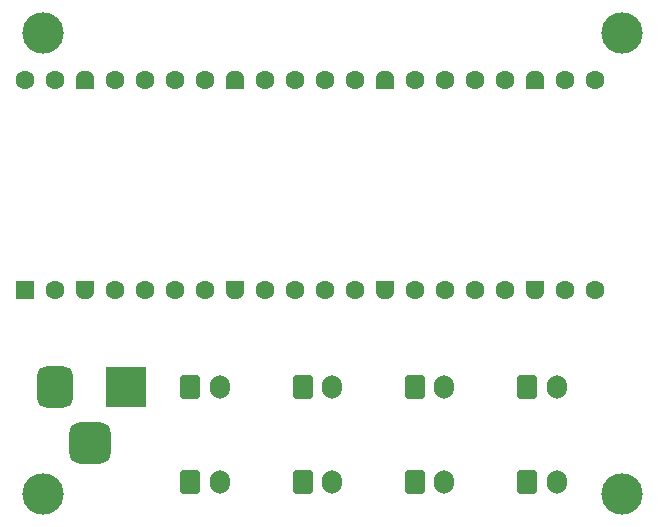
<source format=gbr>
%TF.GenerationSoftware,KiCad,Pcbnew,9.0.2*%
%TF.CreationDate,2025-06-25T21:04:22+02:00*%
%TF.ProjectId,Schrankbeleuchtung,53636872-616e-46b6-9265-6c6575636874,rev?*%
%TF.SameCoordinates,Original*%
%TF.FileFunction,Soldermask,Bot*%
%TF.FilePolarity,Negative*%
%FSLAX46Y46*%
G04 Gerber Fmt 4.6, Leading zero omitted, Abs format (unit mm)*
G04 Created by KiCad (PCBNEW 9.0.2) date 2025-06-25 21:04:22*
%MOMM*%
%LPD*%
G01*
G04 APERTURE LIST*
G04 Aperture macros list*
%AMRoundRect*
0 Rectangle with rounded corners*
0 $1 Rounding radius*
0 $2 $3 $4 $5 $6 $7 $8 $9 X,Y pos of 4 corners*
0 Add a 4 corners polygon primitive as box body*
4,1,4,$2,$3,$4,$5,$6,$7,$8,$9,$2,$3,0*
0 Add four circle primitives for the rounded corners*
1,1,$1+$1,$2,$3*
1,1,$1+$1,$4,$5*
1,1,$1+$1,$6,$7*
1,1,$1+$1,$8,$9*
0 Add four rect primitives between the rounded corners*
20,1,$1+$1,$2,$3,$4,$5,0*
20,1,$1+$1,$4,$5,$6,$7,0*
20,1,$1+$1,$6,$7,$8,$9,0*
20,1,$1+$1,$8,$9,$2,$3,0*%
%AMFreePoly0*
4,1,37,0.603843,0.796157,0.639018,0.796157,0.711114,0.766294,0.766294,0.711114,0.796157,0.639018,0.796157,0.603843,0.800000,0.600000,0.800000,-0.600000,0.796157,-0.603843,0.796157,-0.639018,0.766294,-0.711114,0.711114,-0.766294,0.639018,-0.796157,0.603843,-0.796157,0.600000,-0.800000,0.000000,-0.800000,0.000000,-0.796148,-0.078414,-0.796148,-0.232228,-0.765552,-0.377117,-0.705537,
-0.507515,-0.618408,-0.618408,-0.507515,-0.705537,-0.377117,-0.765552,-0.232228,-0.796148,-0.078414,-0.796148,0.078414,-0.765552,0.232228,-0.705537,0.377117,-0.618408,0.507515,-0.507515,0.618408,-0.377117,0.705537,-0.232228,0.765552,-0.078414,0.796148,0.000000,0.796148,0.000000,0.800000,0.600000,0.800000,0.603843,0.796157,0.603843,0.796157,$1*%
%AMFreePoly1*
4,1,37,0.000000,0.796148,0.078414,0.796148,0.232228,0.765552,0.377117,0.705537,0.507515,0.618408,0.618408,0.507515,0.705537,0.377117,0.765552,0.232228,0.796148,0.078414,0.796148,-0.078414,0.765552,-0.232228,0.705537,-0.377117,0.618408,-0.507515,0.507515,-0.618408,0.377117,-0.705537,0.232228,-0.765552,0.078414,-0.796148,0.000000,-0.796148,0.000000,-0.800000,-0.600000,-0.800000,
-0.603843,-0.796157,-0.639018,-0.796157,-0.711114,-0.766294,-0.766294,-0.711114,-0.796157,-0.639018,-0.796157,-0.603843,-0.800000,-0.600000,-0.800000,0.600000,-0.796157,0.603843,-0.796157,0.639018,-0.766294,0.711114,-0.711114,0.766294,-0.639018,0.796157,-0.603843,0.796157,-0.600000,0.800000,0.000000,0.800000,0.000000,0.796148,0.000000,0.796148,$1*%
G04 Aperture macros list end*
%ADD10RoundRect,0.250000X-0.600000X-0.750000X0.600000X-0.750000X0.600000X0.750000X-0.600000X0.750000X0*%
%ADD11O,1.700000X2.000000*%
%ADD12R,3.500000X3.500000*%
%ADD13RoundRect,0.750000X-0.750000X-1.000000X0.750000X-1.000000X0.750000X1.000000X-0.750000X1.000000X0*%
%ADD14RoundRect,0.875000X-0.875000X-0.875000X0.875000X-0.875000X0.875000X0.875000X-0.875000X0.875000X0*%
%ADD15C,3.500000*%
%ADD16RoundRect,0.200000X0.600000X-0.600000X0.600000X0.600000X-0.600000X0.600000X-0.600000X-0.600000X0*%
%ADD17C,1.600000*%
%ADD18FreePoly0,90.000000*%
%ADD19FreePoly1,90.000000*%
G04 APERTURE END LIST*
D10*
%TO.C,J4*%
X79500000Y-86000000D03*
D11*
X82000000Y-86000000D03*
%TD*%
D12*
%TO.C,J1*%
X55000000Y-78000000D03*
D13*
X49000000Y-78000000D03*
D14*
X52000000Y-82700000D03*
%TD*%
D15*
%TO.C,H3*%
X97000000Y-48000000D03*
%TD*%
%TO.C,H1*%
X48000000Y-87000000D03*
%TD*%
D10*
%TO.C,J9*%
X89000000Y-78000000D03*
D11*
X91500000Y-78000000D03*
%TD*%
D10*
%TO.C,J6*%
X60500000Y-78000000D03*
D11*
X63000000Y-78000000D03*
%TD*%
D15*
%TO.C,H4*%
X48000000Y-48000000D03*
%TD*%
D10*
%TO.C,J5*%
X89000000Y-86000000D03*
D11*
X91500000Y-86000000D03*
%TD*%
D10*
%TO.C,J3*%
X70000000Y-86000000D03*
D11*
X72500000Y-86000000D03*
%TD*%
D10*
%TO.C,J8*%
X79500000Y-78000000D03*
D11*
X82000000Y-78000000D03*
%TD*%
D16*
%TO.C,A1*%
X46500000Y-69780000D03*
D17*
X49040000Y-69780000D03*
D18*
X51580000Y-69780000D03*
D17*
X54120000Y-69780000D03*
X56660000Y-69780000D03*
X59200000Y-69780000D03*
X61740000Y-69780000D03*
D18*
X64280000Y-69780000D03*
D17*
X66820000Y-69780000D03*
X69360000Y-69780000D03*
X71900000Y-69780000D03*
X74440000Y-69780000D03*
D18*
X76980000Y-69780000D03*
D17*
X79520000Y-69780000D03*
X82060000Y-69780000D03*
X84600000Y-69780000D03*
X87140000Y-69780000D03*
D18*
X89680000Y-69780000D03*
D17*
X92220000Y-69780000D03*
X94760000Y-69780000D03*
X94760000Y-52000000D03*
X92220000Y-52000000D03*
D19*
X89680000Y-52000000D03*
D17*
X87140000Y-52000000D03*
X84600000Y-52000000D03*
X82060000Y-52000000D03*
X79520000Y-52000000D03*
D19*
X76980000Y-52000000D03*
D17*
X74440000Y-52000000D03*
X71900000Y-52000000D03*
X69360000Y-52000000D03*
X66820000Y-52000000D03*
D19*
X64280000Y-52000000D03*
D17*
X61740000Y-52000000D03*
X59200000Y-52000000D03*
X56660000Y-52000000D03*
X54120000Y-52000000D03*
D19*
X51580000Y-52000000D03*
D17*
X49040000Y-52000000D03*
X46500000Y-52000000D03*
%TD*%
D10*
%TO.C,J7*%
X70000000Y-78000000D03*
D11*
X72500000Y-78000000D03*
%TD*%
D15*
%TO.C,H2*%
X97000000Y-87000000D03*
%TD*%
D10*
%TO.C,J2*%
X60500000Y-86000000D03*
D11*
X63000000Y-86000000D03*
%TD*%
M02*

</source>
